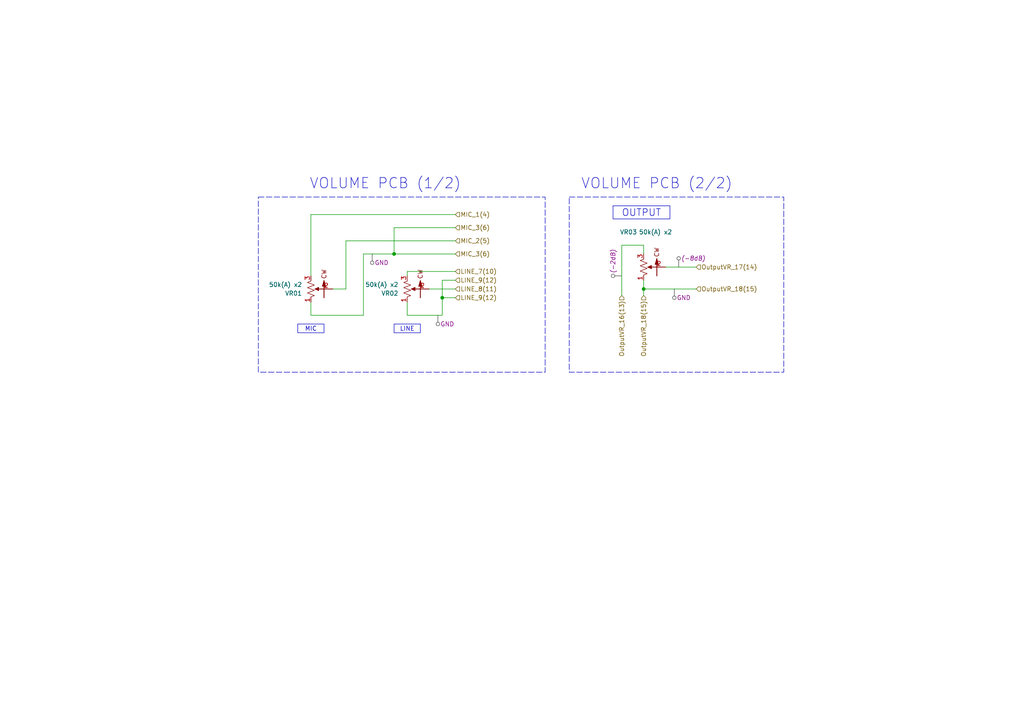
<source format=kicad_sch>
(kicad_sch (version 20250114) (generator "eeschema") (generator_version "9.0")
  (paper "A4")
  (lib_symbols
    (symbol "R_Potentiometer_US_1" (pin_names (offset 1.016) (hide yes))
      (property "Reference" "RV2" (at -2.54 1.2701 0))
      (property "Value" "R_Potentiometer_US" (at -2.54 -1.2699 0))
      (symbol "R_Potentiometer_US_1_0_1"
        (polyline (pts (xy 0 2.54) (xy 0 2.286)))
        (polyline (pts (xy 0 2.286) (xy 1.016 1.905) (xy 0 1.524) (xy -1.016 1.143) (xy 0 0.762)))
        (polyline (pts (xy 0 0.762) (xy 1.016 0.381) (xy 0 0) (xy -1.016 -0.381) (xy 0 -0.762)))
        (polyline (pts (xy 0 -0.762) (xy 1.016 -1.143) (xy 0 -1.524) (xy -1.016 -1.905) (xy 0 -2.286)))
        (polyline (pts (xy 0 -2.286) (xy 0 -2.54)))
        (polyline (pts (xy 1.143 0) (xy 2.286 0.508) (xy 2.286 -0.508) (xy 1.143 0)) (fill (type outline)))
        (polyline (pts (xy 2.54 0) (xy 1.524 0)))
      )
      (symbol "R_Potentiometer_US_1_1_1"
        (pin passive line (at 0 3.81 270) (length 1.27) (name "1") (number "1"))
        (pin passive line (at 0 -3.81 90) (length 1.27) (name "3") (number "3"))
        (pin passive line (at 6.35 0 180) (length 3.81) (name "2") (number "2"))
      )
    )
    (symbol "R_Potentiometer_US_2" (pin_names (offset 1.016) (hide yes))
      (property "Reference" "RV2" (at -2.54 1.2701 0))
      (property "Value" "R_Potentiometer_US" (at -2.54 -1.2699 0))
      (symbol "R_Potentiometer_US_2_0_1"
        (polyline (pts (xy 0 2.54) (xy 0 2.286)))
        (polyline (pts (xy 0 2.286) (xy 1.016 1.905) (xy 0 1.524) (xy -1.016 1.143) (xy 0 0.762)))
        (polyline (pts (xy 0 0.762) (xy 1.016 0.381) (xy 0 0) (xy -1.016 -0.381) (xy 0 -0.762)))
        (polyline (pts (xy 0 -0.762) (xy 1.016 -1.143) (xy 0 -1.524) (xy -1.016 -1.905) (xy 0 -2.286)))
        (polyline (pts (xy 0 -2.286) (xy 0 -2.54)))
        (polyline (pts (xy 1.143 0) (xy 2.286 0.508) (xy 2.286 -0.508) (xy 1.143 0)) (fill (type outline)))
        (polyline (pts (xy 2.54 0) (xy 1.524 0)))
      )
      (symbol "R_Potentiometer_US_2_1_1"
        (pin passive line (at 0 3.81 270) (length 1.27) (name "1") (number "1"))
        (pin passive line (at 0 -3.81 90) (length 1.27) (name "3") (number "3"))
        (pin passive line (at 6.35 0 180) (length 3.81) (name "2") (number "2"))
      )
    )
    (symbol "SYM_Arrow_Normal_1" (in_bom no) (on_board no)
      (symbol "SYM_Arrow_Normal_1_0_1"
        (polyline (pts (xy 1.524 0) (xy -2.54 0)) (stroke (width 0.254)))
        (polyline (pts (xy 2.54 0) (xy 0.762 -0.508) (xy 0.762 0.508) (xy 2.54 0)) (fill (type outline)))
      )
      (symbol "SYM_Arrow_Normal_1_1_1"
        (text "CW" (at 4.318 0 0) (effects (font (size 1.27 1.27))))
      )
    )
  )
  (rectangle (start 74.93 57.15) (end 158.115 107.95) (stroke (width 0) (type dash)))
  (rectangle (start 165.1 57.15) (end 227.33 107.95) (stroke (width 0) (type dash)))
  (text "VOLUME PCB (1/2)" (at 111.76 53.34 0) (effects (font (size 3 3))))
  (text "VOLUME PCB (2/2)" (at 190.5 53.34 0) (effects (font (size 3 3))))
  (text_box "OUTPUT" (at 177.8 59.69 0) (size 16.51 3.81) (margins 0.9525 0.9525 0.9525 0.9525) (effects (font (size 2 2))))
  (text_box "LINE" (at 114.3 93.98 0) (size 7.62 2.54) (margins 0.9525 0.9525 0.9525 0.9525) (effects (font (size 1.27 1.27))))
  (text_box "MIC" (at 86.36 93.98 0) (size 7.62 2.54) (margins 0.9525 0.9525 0.9525 0.9525) (effects (font (size 1.27 1.27))))
  (junction (at 114.3 73.66))
  (junction (at 128.27 86.36))
  (junction (at 186.69 83.82))
  (wire (pts (xy 186.69 81.28) (xy 186.69 83.82)))
  (wire (pts (xy 114.3 73.66) (xy 114.3 66.04)))
  (wire (pts (xy 118.11 80.01) (xy 118.11 78.74)))
  (wire (pts (xy 124.46 83.82) (xy 132.08 83.82)))
  (wire (pts (xy 105.41 91.44) (xy 105.41 73.66)))
  (wire (pts (xy 186.69 73.66) (xy 186.69 71.12)))
  (wire (pts (xy 90.17 91.44) (xy 105.41 91.44)))
  (wire (pts (xy 186.69 71.12) (xy 180.34 71.12)))
  (wire (pts (xy 186.69 83.82) (xy 201.93 83.82)))
  (wire (pts (xy 186.69 83.82) (xy 186.69 85.725)))
  (wire (pts (xy 128.27 86.36) (xy 132.08 86.36)))
  (wire (pts (xy 114.3 73.66) (xy 132.08 73.66)))
  (wire (pts (xy 128.27 86.36) (xy 128.27 81.28)))
  (wire (pts (xy 90.17 62.23) (xy 132.08 62.23)))
  (wire (pts (xy 100.33 69.85) (xy 132.08 69.85)))
  (wire (pts (xy 90.17 87.63) (xy 90.17 91.44)))
  (wire (pts (xy 118.11 87.63) (xy 118.11 91.44)))
  (wire (pts (xy 193.04 77.47) (xy 201.93 77.47)))
  (wire (pts (xy 118.11 91.44) (xy 128.27 91.44)))
  (wire (pts (xy 105.41 73.66) (xy 114.3 73.66)))
  (wire (pts (xy 180.34 71.12) (xy 180.34 85.725)))
  (wire (pts (xy 128.27 86.36) (xy 128.27 91.44)))
  (wire (pts (xy 96.52 83.82) (xy 100.33 83.82)))
  (wire (pts (xy 114.3 66.04) (xy 132.08 66.04)))
  (wire (pts (xy 118.11 78.74) (xy 132.08 78.74)))
  (wire (pts (xy 100.33 83.82) (xy 100.33 69.85)))
  (wire (pts (xy 128.27 81.28) (xy 132.08 81.28)))
  (wire (pts (xy 90.17 80.01) (xy 90.17 62.23)))
  (hierarchical_label "OutputVR_17(14)" (shape input) (at 201.93 77.47 0))
  (hierarchical_label "OutputVR_18(15)" (shape input) (at 186.69 85.725 270))
  (hierarchical_label "OutputVR_16(13)" (shape input) (at 180.34 85.725 270))
  (hierarchical_label "OutputVR_18(15)" (shape input) (at 201.93 83.82 0))
  (hierarchical_label "LINE_9(12)" (shape input) (at 132.08 86.36 0))
  (hierarchical_label "MIC_3(6)" (shape input) (at 132.08 66.04 0))
  (hierarchical_label "LINE_7(10)" (shape input) (at 132.08 78.74 0))
  (hierarchical_label "LINE_8(11)" (shape input) (at 132.08 83.82 0))
  (hierarchical_label "MIC_2(5)" (shape input) (at 132.08 69.85 0))
  (hierarchical_label "LINE_9(12)" (shape input) (at 132.08 81.28 0))
  (hierarchical_label "MIC_1(4)" (shape input) (at 132.08 62.23 0))
  (hierarchical_label "MIC_3(6)" (shape input) (at 132.08 73.66 0))
  (netclass_flag "" (length 2.54) (shape round) (at 127 91.44 180) (property "Netclass" "GND" (at 127.6985 93.98 0) (effects (justify left))))
  (netclass_flag "" (length 2.54) (shape round) (at 196.85 77.47 0) (property "Component Class" "(-8dB)" (at 197.5485 74.93 0) (effects (font (italic yes)) (justify left))))
  (netclass_flag "" (length 2.54) (shape round) (at 195.58 83.82 180) (property "Netclass" "GND" (at 196.2785 86.36 0) (effects (justify left))))
  (netclass_flag "" (length 2.54) (shape round) (at 180.34 80.01 90) (property "Component Class" "(-2dB)" (at 177.8 79.3115 90) (effects (font (italic yes)) (justify left))))
  (netclass_flag "" (length 2.54) (shape round) (at 107.95 73.66 180) (property "Netclass" "GND" (at 108.6485 76.2 0) (effects (justify left))))
  (symbol (lib_name "R_Potentiometer_US_1") (lib_id "Device:R_Potentiometer_US") (at 186.69 77.47 0) (mirror x) (unit 1)
    (property "Reference" "VR03" (at 184.785 67.31 0) (effects (justify right)))
    (property "Value" "50k(A) x2" (at 194.945 67.31 0) (effects (justify right)))
    (property "Description" "Potentiometer, US symbol" (effects (hide yes)))
  )
  (symbol (lib_name "R_Potentiometer_US_2") (lib_id "Device:R_Potentiometer_US") (at 118.11 83.82 0) (mirror x) (unit 1)
    (property "Reference" "VR02" (at 115.57 85.0901 0) (effects (justify right)))
    (property "Value" "50k(A) x2" (at 115.57 82.5501 0) (effects (justify right)))
    (property "Description" "Potentiometer, US symbol" (effects (hide yes)))
  )
  (symbol (lib_name "R_Potentiometer_US_2") (lib_id "Device:R_Potentiometer_US") (at 90.17 83.82 0) (mirror x) (unit 1)
    (property "Reference" "VR01" (at 87.63 85.0901 0) (effects (justify right)))
    (property "Value" "50k(A) x2" (at 87.63 82.5501 0) (effects (justify right)))
    (property "Description" "Potentiometer, US symbol" (effects (hide yes)))
  )
  (symbol (lib_name "SYM_Arrow_Normal_1") (lib_id "Graphic:SYM_Arrow_Normal") (at 121.92 83.82 90) (unit 1) (exclude_from_sim yes) (in_bom no) (on_board no)
    (property "Reference" "#SYM12" (effects (hide yes)))
    (property "Value" "SYM_Arrow_Normal" (effects (hide yes)))
    (property "Description" "Filled arrow, 200mil" (effects (hide yes)))
  )
  (symbol (lib_name "SYM_Arrow_Normal_1") (lib_id "Graphic:SYM_Arrow_Normal") (at 93.98 83.82 90) (unit 1) (exclude_from_sim yes) (in_bom no) (on_board no)
    (property "Reference" "#SYM11" (effects (hide yes)))
    (property "Value" "SYM_Arrow_Normal" (effects (hide yes)))
    (property "Description" "Filled arrow, 200mil" (effects (hide yes)))
  )
  (symbol (lib_name "SYM_Arrow_Normal_1") (lib_id "Graphic:SYM_Arrow_Normal") (at 190.5 77.47 90) (unit 1) (exclude_from_sim yes) (in_bom no) (on_board no)
    (property "Reference" "#SYM13" (effects (hide yes)))
    (property "Value" "SYM_Arrow_Normal" (effects (hide yes)))
    (property "Description" "Filled arrow, 200mil" (effects (hide yes)))
  )
)
</source>
